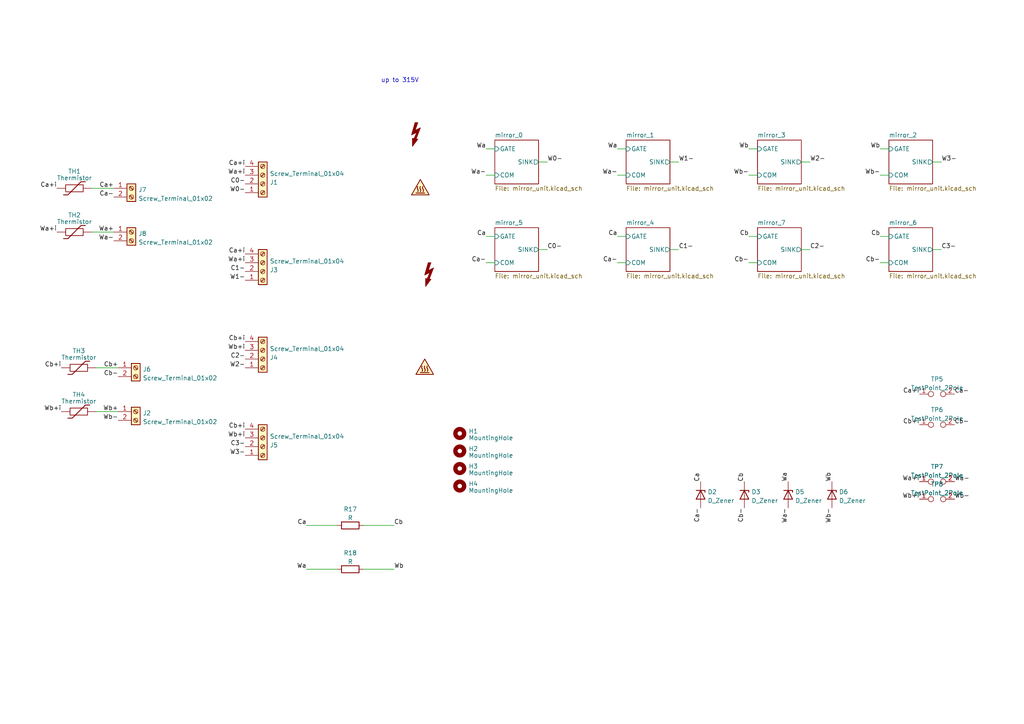
<source format=kicad_sch>
(kicad_sch (version 20230121) (generator eeschema)
  (paper "A4")
  (lib_symbols
    (symbol "Connector:Screw_Terminal_01x02" (pin_names (offset 1.016) hide)
      (property "Reference" "J" (at 0 2.54 0))
      (property "Value" "Screw_Terminal_01x02" (at 0 -5.08 0))
      (symbol "Screw_Terminal_01x02_1_1"
        (rectangle (start -1.27 1.27) (end 1.27 -3.81) (stroke (width 0.254)) (fill (type background)))
        (circle (center 0 -2.54) (radius 0.635) (stroke (width 0.1524)))
        (polyline (pts (xy -0.5334 -2.2098) (xy 0.3302 -3.048)) (stroke (width 0.1524)))
        (polyline (pts (xy -0.5334 0.3302) (xy 0.3302 -0.508)) (stroke (width 0.1524)))
        (polyline (pts (xy -0.3556 -2.032) (xy 0.508 -2.8702)) (stroke (width 0.1524)))
        (polyline (pts (xy -0.3556 0.508) (xy 0.508 -0.3302)) (stroke (width 0.1524)))
        (circle (center 0 0) (radius 0.635) (stroke (width 0.1524)))
        (pin passive line (at -5.08 0 0) (length 3.81) (name "Pin_1") (number "1"))
        (pin passive line (at -5.08 -2.54 0) (length 3.81) (name "Pin_2") (number "2"))
      )
    )
    (symbol "Connector:Screw_Terminal_01x04" (pin_names (offset 1.016) hide)
      (property "Reference" "J" (at 0 5.08 0))
      (property "Value" "Screw_Terminal_01x04" (at 0 -7.62 0))
      (symbol "Screw_Terminal_01x04_1_1"
        (rectangle (start -1.27 3.81) (end 1.27 -6.35) (stroke (width 0.254)) (fill (type background)))
        (circle (center 0 -5.08) (radius 0.635) (stroke (width 0.1524)))
        (circle (center 0 -2.54) (radius 0.635) (stroke (width 0.1524)))
        (polyline (pts (xy -0.5334 -4.7498) (xy 0.3302 -5.588)) (stroke (width 0.1524)))
        (polyline (pts (xy -0.5334 -2.2098) (xy 0.3302 -3.048)) (stroke (width 0.1524)))
        (polyline (pts (xy -0.5334 0.3302) (xy 0.3302 -0.508)) (stroke (width 0.1524)))
        (polyline (pts (xy -0.5334 2.8702) (xy 0.3302 2.032)) (stroke (width 0.1524)))
        (polyline (pts (xy -0.3556 -4.572) (xy 0.508 -5.4102)) (stroke (width 0.1524)))
        (polyline (pts (xy -0.3556 -2.032) (xy 0.508 -2.8702)) (stroke (width 0.1524)))
        (polyline (pts (xy -0.3556 0.508) (xy 0.508 -0.3302)) (stroke (width 0.1524)))
        (polyline (pts (xy -0.3556 3.048) (xy 0.508 2.2098)) (stroke (width 0.1524)))
        (circle (center 0 0) (radius 0.635) (stroke (width 0.1524)))
        (circle (center 0 2.54) (radius 0.635) (stroke (width 0.1524)))
        (pin passive line (at -5.08 2.54 0) (length 3.81) (name "Pin_1") (number "1"))
        (pin passive line (at -5.08 0 0) (length 3.81) (name "Pin_2") (number "2"))
        (pin passive line (at -5.08 -2.54 0) (length 3.81) (name "Pin_3") (number "3"))
        (pin passive line (at -5.08 -5.08 0) (length 3.81) (name "Pin_4") (number "4"))
      )
    )
    (symbol "Connector:TestPoint_2Pole" (pin_names (offset 0.762) hide)
      (property "Reference" "TP" (at 0 1.524 0))
      (property "Value" "TestPoint_2Pole" (at 0 -1.778 0))
      (symbol "TestPoint_2Pole_0_1"
        (circle (center -1.778 0) (radius 0.762))
        (circle (center 1.778 0) (radius 0.762))
        (pin passive line (at -5.08 0 0) (length 2.54) (name "1") (number "1"))
        (pin passive line (at 5.08 0 180) (length 2.54) (name "2") (number "2"))
      )
    )
    (symbol "Device:D_Zener" (pin_numbers hide) (pin_names (offset 1.016) hide)
      (property "Reference" "D" (at 0 2.54 0))
      (property "Value" "D_Zener" (at 0 -2.54 0))
      (symbol "D_Zener_0_1"
        (polyline (pts (xy 1.27 0) (xy -1.27 0)))
        (polyline (pts (xy -1.27 -1.27) (xy -1.27 1.27) (xy -0.762 1.27)) (stroke (width 0.254)))
        (polyline (pts (xy 1.27 -1.27) (xy 1.27 1.27) (xy -1.27 0) (xy 1.27 -1.27)) (stroke (width 0.254)))
      )
      (symbol "D_Zener_1_1"
        (pin passive line (at -3.81 0 0) (length 2.54) (name "K") (number "1"))
        (pin passive line (at 3.81 0 180) (length 2.54) (name "A") (number "2"))
      )
    )
    (symbol "Device:R" (pin_numbers hide) (pin_names (offset 0))
      (property "Reference" "R" (at 2.032 0 90))
      (property "Value" "R" (at 0 0 90))
      (symbol "R_0_1"
        (rectangle (start -1.016 -2.54) (end 1.016 2.54) (stroke (width 0.254)))
      )
      (symbol "R_1_1"
        (pin passive line (at 0 3.81 270) (length 1.27) (name "~") (number "1"))
        (pin passive line (at 0 -3.81 90) (length 1.27) (name "~") (number "2"))
      )
    )
    (symbol "Device:Thermistor" (pin_numbers hide) (pin_names (offset 0))
      (property "Reference" "TH" (at 2.54 1.27 90))
      (property "Value" "Thermistor" (at -2.54 0 90))
      (symbol "Thermistor_0_1"
        (rectangle (start -1.016 2.54) (end 1.016 -2.54) (stroke (width 0.2032)))
        (polyline (pts (xy -1.905 3.175) (xy -1.905 1.905) (xy 1.905 -1.905) (xy 1.905 -3.175) (xy 1.905 -3.175)) (stroke (width 0.254)))
      )
      (symbol "Thermistor_1_1"
        (pin passive line (at 0 5.08 270) (length 2.54) (name "~") (number "1"))
        (pin passive line (at 0 -5.08 90) (length 2.54) (name "~") (number "2"))
      )
    )
    (symbol "Graphic:SYM_Flash_Small" (pin_names (offset 1.016))
      (symbol "SYM_Flash_Small_0_1"
        (polyline (pts (xy 0.508 -1.016) (xy -1.016 -0.762) (xy -1.016 -3.048) (xy 0.508 -1.016)) (stroke (width 0.2032)) (fill (type outline)))
        (polyline (pts (xy -0.254 3.81) (xy 0.508 3.81) (xy -0.254 1.524) (xy 1.27 2.286) (xy 0 -1.016) (xy -0.508 -0.762) (xy 0.254 1.016) (xy -1.27 0.254) (xy -0.254 3.81)) (stroke (width 0.2032)) (fill (type outline)))
      )
    )
    (symbol "Graphic:SYM_Hot_Small" (pin_names (offset 1.016) hide)
      (symbol "SYM_Hot_Small_0_1"
        (arc (start -0.762 -1.016) (mid -0.635 -0.635) (end -0.762 -0.254) (stroke (width 0.254)))
        (arc (start -0.762 0.508) (mid -0.889 0.127) (end -0.762 -0.254) (stroke (width 0.254)))
        (arc (start 0 -1.016) (mid 0.127 -0.635) (end 0 -0.254) (stroke (width 0.254)))
        (polyline (pts (xy 1.27 -1.397) (xy -1.27 -1.397)) (stroke (width 0.254)))
        (polyline (pts (xy -2.54 -1.905) (xy 2.54 -1.905) (xy 0 2.54) (xy -2.54 -1.905)) (stroke (width 0.254)) (fill (type background)))
        (arc (start 0 0.508) (mid -0.127 0.127) (end 0 -0.254) (stroke (width 0.254)))
        (arc (start 0.762 -1.016) (mid 0.889 -0.635) (end 0.762 -0.254) (stroke (width 0.254)))
        (arc (start 0.762 0.508) (mid 0.635 0.127) (end 0.762 -0.254) (stroke (width 0.254)))
      )
    )
    (symbol "Mechanical:MountingHole" (pin_names (offset 1.016))
      (property "Reference" "H" (at 0 5.08 0))
      (property "Value" "MountingHole" (at 0 3.175 0))
      (symbol "MountingHole_0_1"
        (circle (center 0 0) (radius 1.27) (stroke (width 1.27)))
      )
    )
  )
  (wire (pts (xy 27.94 119.38) (xy 34.29 119.38)))
  (wire (pts (xy 255.27 43.18) (xy 257.81 43.18)))
  (wire (pts (xy 26.67 54.61) (xy 33.02 54.61)))
  (wire (pts (xy 105.41 165.1) (xy 114.3 165.1)))
  (wire (pts (xy 255.27 68.58) (xy 257.81 68.58)))
  (wire (pts (xy 255.27 76.2) (xy 257.81 76.2)))
  (wire (pts (xy 156.21 72.39) (xy 158.75 72.39)))
  (wire (pts (xy 179.07 68.58) (xy 181.61 68.58)))
  (wire (pts (xy 217.17 68.58) (xy 219.71 68.58)))
  (wire (pts (xy 217.17 76.2) (xy 219.71 76.2)))
  (wire (pts (xy 179.07 43.18) (xy 181.61 43.18)))
  (wire (pts (xy 140.97 50.8) (xy 143.51 50.8)))
  (wire (pts (xy 255.27 50.8) (xy 257.81 50.8)))
  (wire (pts (xy 217.17 50.8) (xy 219.71 50.8)))
  (wire (pts (xy 179.07 76.2) (xy 181.61 76.2)))
  (wire (pts (xy 140.97 43.18) (xy 143.51 43.18)))
  (wire (pts (xy 105.41 152.4) (xy 114.3 152.4)))
  (wire (pts (xy 88.9 165.1) (xy 97.79 165.1)))
  (wire (pts (xy 232.41 46.99) (xy 234.95 46.99)))
  (wire (pts (xy 270.51 72.39) (xy 273.05 72.39)))
  (wire (pts (xy 270.51 46.99) (xy 273.05 46.99)))
  (wire (pts (xy 27.94 106.68) (xy 34.29 106.68)))
  (wire (pts (xy 232.41 72.39) (xy 234.95 72.39)))
  (wire (pts (xy 217.17 43.18) (xy 219.71 43.18)))
  (wire (pts (xy 140.97 68.58) (xy 143.51 68.58)))
  (wire (pts (xy 88.9 152.4) (xy 97.79 152.4)))
  (wire (pts (xy 194.31 72.39) (xy 196.85 72.39)))
  (wire (pts (xy 179.07 50.8) (xy 181.61 50.8)))
  (wire (pts (xy 140.97 76.2) (xy 143.51 76.2)))
  (wire (pts (xy 194.31 46.99) (xy 196.85 46.99)))
  (wire (pts (xy 156.21 46.99) (xy 158.75 46.99)))
  (wire (pts (xy 26.67 67.31) (xy 33.02 67.31)))
  (text "up to 315V" (at 110.49 24.13 0) (effects (font (size 1.27 1.27)) (justify left bottom)))
  (label "Wa" (at 228.6 139.7 90))
  (label "Wa" (at 140.97 43.18 180))
  (label "Wa" (at 88.9 165.1 180))
  (label "Cb-" (at 215.9 147.32 270))
  (label "Wa+i" (at 71.12 76.2 180))
  (label "Wb+i" (at 71.12 101.6 180))
  (label "Ca-" (at 276.86 114.3 0))
  (label "Ca+i" (at 71.12 73.66 180))
  (label "Wb" (at 217.17 43.18 180))
  (label "Wb-" (at 276.86 144.78 0))
  (label "Cb+i" (at 71.12 124.46 180))
  (label "Wb-" (at 241.3 147.32 270))
  (label "Wb-" (at 255.27 50.8 180))
  (label "Cb+i" (at 266.7 123.19 180))
  (label "Cb" (at 114.3 152.4 0))
  (label "W2-" (at 71.12 106.68 180))
  (label "Ca+" (at 33.02 54.61 180))
  (label "Wa-" (at 179.07 50.8 180))
  (label "W1-" (at 196.85 46.99 0))
  (label "Ca+i" (at 71.12 48.26 180))
  (label "W2-" (at 234.95 46.99 0))
  (label "C0-" (at 71.12 53.34 180))
  (label "Ca-" (at 33.02 57.15 180))
  (label "Wa" (at 179.07 43.18 180))
  (label "C0-" (at 158.75 72.39 0))
  (label "Ca-" (at 179.07 76.2 180))
  (label "Cb-" (at 276.86 123.19 0))
  (label "Wa+i" (at 16.51 67.31 180))
  (label "Wb-" (at 217.17 50.8 180))
  (label "Ca" (at 203.2 139.7 90))
  (label "Cb" (at 255.27 68.58 180))
  (label "Wb+" (at 34.29 119.38 180))
  (label "Wb" (at 114.3 165.1 0))
  (label "Wa-" (at 228.6 147.32 270))
  (label "Wb" (at 241.3 139.7 90))
  (label "Ca" (at 140.97 68.58 180))
  (label "Ca-" (at 203.2 147.32 270))
  (label "W3-" (at 273.05 46.99 0))
  (label "C1-" (at 71.12 78.74 180))
  (label "Cb" (at 217.17 68.58 180))
  (label "W0-" (at 158.75 46.99 0))
  (label "W1-" (at 71.12 81.28 180))
  (label "Ca-" (at 140.97 76.2 180))
  (label "Ca" (at 88.9 152.4 180))
  (label "C1-" (at 196.85 72.39 0))
  (label "Wa-" (at 276.86 139.7 0))
  (label "Wa+" (at 33.02 67.31 180))
  (label "C2-" (at 234.95 72.39 0))
  (label "Ca+i" (at 266.7 114.3 180))
  (label "Wb+i" (at 17.78 119.38 180))
  (label "C3-" (at 273.05 72.39 0))
  (label "Wb" (at 255.27 43.18 180))
  (label "Cb" (at 215.9 139.7 90))
  (label "Cb+i" (at 17.78 106.68 180))
  (label "Ca+i" (at 16.51 54.61 180))
  (label "Cb-" (at 255.27 76.2 180))
  (label "Wb-" (at 34.29 121.92 180))
  (label "C2-" (at 71.12 104.14 180))
  (label "W0-" (at 71.12 55.88 180))
  (label "Wa-" (at 140.97 50.8 180))
  (label "Wa-" (at 33.02 69.85 180))
  (label "Wb+i" (at 266.7 144.78 180))
  (label "Cb-" (at 217.17 76.2 180))
  (label "Wa+i" (at 71.12 50.8 180))
  (label "Wa+i" (at 266.7 139.7 180))
  (label "Cb-" (at 34.29 109.22 180))
  (label "Ca" (at 179.07 68.58 180))
  (label "W3-" (at 71.12 132.08 180))
  (label "Cb+i" (at 71.12 99.06 180))
  (label "C3-" (at 71.12 129.54 180))
  (label "Wb+i" (at 71.12 127 180))
  (label "Cb+" (at 34.29 106.68 180))
  (symbol (lib_id "Connector:Screw_Terminal_01x02") (at 39.37 119.38 0) (unit 1)
    (property "Reference" "J2" (at 41.402 119.8153 0) (effects (justify left)))
    (property "Value" "Screw_Terminal_01x02" (at 41.402 122.3522 0) (effects (justify left)))
    (property "Footprint" "Connector_Phoenix_MSTB:PhoenixContact_MSTBA_2,5_2-G-5,08_1x02_P5.08mm_Horizontal" (effects hide))
  )
  (symbol (lib_id "Connector:TestPoint_2Pole") (at 271.78 123.19 0) (unit 1)
    (property "Reference" "TP6" (at 271.78 118.8552 0))
    (property "Value" "TestPoint_2Pole" (at 271.78 121.3921 0))
    (property "Footprint" "TestPoint:TestPoint_2Pads_Pitch5.08mm_Drill1.3mm" (effects hide))
  )
  (symbol (lib_id "Connector:Screw_Terminal_01x04") (at 76.2 129.54 0) (mirror x) (unit 1)
    (property "Reference" "J5" (at 78.232 129.1047 0) (effects (justify left)))
    (property "Value" "Screw_Terminal_01x04" (at 78.232 126.5678 0) (effects (justify left)))
    (property "Footprint" "Connector_Phoenix_MC:PhoenixContact_MC_1,5_4-G-3.81_1x04_P3.81mm_Horizontal" (effects hide))
  )
  (symbol (lib_id "Device:R") (at 101.6 152.4 90) (unit 1)
    (property "Reference" "R17" (at 101.6 147.6842 90))
    (property "Value" "R" (at 101.6 150.2211 90))
    (property "Footprint" "Resistor_THT:R_Axial_DIN0204_L3.6mm_D1.6mm_P5.08mm_Horizontal" (effects hide))
  )
  (symbol (lib_id "Device:D_Zener") (at 203.2 143.51 270) (unit 1)
    (property "Reference" "D2" (at 205.232 142.6753 90) (effects (justify left)))
    (property "Value" "D_Zener" (at 205.232 145.2122 90) (effects (justify left)))
    (property "Footprint" "Diode_SMD:D_SOD-323_HandSoldering" (effects hide))
  )
  (symbol (lib_id "Device:D_Zener") (at 241.3 143.51 270) (unit 1)
    (property "Reference" "D6" (at 243.332 142.6753 90) (effects (justify left)))
    (property "Value" "D_Zener" (at 243.332 145.2122 90) (effects (justify left)))
    (property "Footprint" "Diode_SMD:D_SOD-323_HandSoldering" (effects hide))
  )
  (symbol (lib_id "Mechanical:MountingHole") (at 133.35 140.97 0) (unit 1)
    (property "Reference" "H4" (at 135.89 140.3263 0) (effects (justify left)))
    (property "Value" "MountingHole" (at 135.89 142.2473 0) (effects (justify left)))
    (property "Footprint" "MountingHole:MountingHole_3.2mm_M3_DIN965" (effects hide))
  )
  (symbol (lib_id "Mechanical:MountingHole") (at 133.35 135.89 0) (unit 1)
    (property "Reference" "H3" (at 135.89 135.2463 0) (effects (justify left)))
    (property "Value" "MountingHole" (at 135.89 137.1673 0) (effects (justify left)))
    (property "Footprint" "MountingHole:MountingHole_3.2mm_M3_DIN965" (effects hide))
  )
  (symbol (lib_id "Connector:Screw_Terminal_01x04") (at 76.2 78.74 0) (mirror x) (unit 1)
    (property "Reference" "J3" (at 78.232 78.3047 0) (effects (justify left)))
    (property "Value" "Screw_Terminal_01x04" (at 78.232 75.7678 0) (effects (justify left)))
    (property "Footprint" "Connector_Phoenix_MC:PhoenixContact_MC_1,5_4-G-3.81_1x04_P3.81mm_Horizontal" (effects hide))
  )
  (symbol (lib_id "Connector:Screw_Terminal_01x02") (at 38.1 67.31 0) (unit 1)
    (property "Reference" "J8" (at 40.132 67.7453 0) (effects (justify left)))
    (property "Value" "Screw_Terminal_01x02" (at 40.132 70.2822 0) (effects (justify left)))
    (property "Footprint" "Connector_Phoenix_MSTB:PhoenixContact_MSTBA_2,5_2-G-5,08_1x02_P5.08mm_Horizontal" (effects hide))
  )
  (symbol (lib_id "Graphic:SYM_Flash_Small") (at 124.46 80.01 0) (unit 1)
    (property "Reference" "SYM2" (effects hide))
    (property "Value" "SYM_Flash_Small" (effects hide))
    (property "Footprint" "w_logo:Logo_silk_high_voltage_5x4.2mm" (effects hide))
  )
  (symbol (lib_id "Mechanical:MountingHole") (at 133.35 125.73 0) (unit 1)
    (property "Reference" "H1" (at 135.89 125.0863 0) (effects (justify left)))
    (property "Value" "MountingHole" (at 135.89 127.0073 0) (effects (justify left)))
    (property "Footprint" "MountingHole:MountingHole_3.2mm_M3_DIN965" (effects hide))
  )
  (symbol (lib_id "Device:D_Zener") (at 228.6 143.51 270) (unit 1)
    (property "Reference" "D5" (at 230.632 142.6753 90) (effects (justify left)))
    (property "Value" "D_Zener" (at 230.632 145.2122 90) (effects (justify left)))
    (property "Footprint" "Diode_SMD:D_SOD-323_HandSoldering" (effects hide))
  )
  (symbol (lib_id "Device:R") (at 101.6 165.1 90) (unit 1)
    (property "Reference" "R18" (at 101.6 160.3842 90))
    (property "Value" "R" (at 101.6 162.9211 90))
    (property "Footprint" "Resistor_THT:R_Axial_DIN0204_L3.6mm_D1.6mm_P5.08mm_Horizontal" (effects hide))
  )
  (symbol (lib_id "Connector:TestPoint_2Pole") (at 271.78 114.3 0) (unit 1)
    (property "Reference" "TP5" (at 271.78 109.9652 0))
    (property "Value" "TestPoint_2Pole" (at 271.78 112.5021 0))
    (property "Footprint" "TestPoint:TestPoint_2Pads_Pitch5.08mm_Drill1.3mm" (effects hide))
  )
  (symbol (lib_id "Device:D_Zener") (at 215.9 143.51 270) (unit 1)
    (property "Reference" "D3" (at 217.932 142.6753 90) (effects (justify left)))
    (property "Value" "D_Zener" (at 217.932 145.2122 90) (effects (justify left)))
    (property "Footprint" "Diode_SMD:D_SOD-323_HandSoldering" (effects hide))
  )
  (symbol (lib_id "Graphic:SYM_Flash_Small") (at 120.65 39.37 0) (unit 1)
    (property "Reference" "SYM4" (effects hide))
    (property "Value" "SYM_Flash_Small" (effects hide))
    (property "Footprint" "w_logo:Logo_silk_high_voltage_5x4.2mm" (effects hide))
  )
  (symbol (lib_id "Device:Thermistor") (at 22.86 119.38 90) (unit 1)
    (property "Reference" "TH4" (at 22.86 114.4651 90))
    (property "Value" "Thermistor" (at 22.86 116.3861 90))
    (property "Footprint" "Package_TO_SOT_THT:TO-220-2_Horizontal_TabUp" (effects hide))
  )
  (symbol (lib_id "Graphic:SYM_Hot_Small") (at 123.19 106.68 0) (unit 1)
    (property "Reference" "SYM3" (effects hide))
    (property "Value" "SYM_Hot_Small" (effects hide))
    (property "Footprint" "prj_lib:Logo_silk_hot_5x4.2mm" (effects hide))
  )
  (symbol (lib_id "Device:Thermistor") (at 22.86 106.68 90) (unit 1)
    (property "Reference" "TH3" (at 22.86 101.7651 90))
    (property "Value" "Thermistor" (at 22.86 103.6861 90))
    (property "Footprint" "Package_TO_SOT_THT:TO-220-2_Horizontal_TabUp" (effects hide))
  )
  (symbol (lib_id "Device:Thermistor") (at 21.59 54.61 90) (unit 1)
    (property "Reference" "TH1" (at 21.59 49.6951 90))
    (property "Value" "Thermistor" (at 21.59 51.6161 90))
    (property "Footprint" "Package_TO_SOT_THT:TO-220-2_Horizontal_TabUp" (effects hide))
  )
  (symbol (lib_id "Connector:Screw_Terminal_01x02") (at 39.37 106.68 0) (unit 1)
    (property "Reference" "J6" (at 41.402 107.1153 0) (effects (justify left)))
    (property "Value" "Screw_Terminal_01x02" (at 41.402 109.6522 0) (effects (justify left)))
    (property "Footprint" "Connector_Phoenix_MSTB:PhoenixContact_MSTBA_2,5_2-G-5,08_1x02_P5.08mm_Horizontal" (effects hide))
  )
  (symbol (lib_id "Device:Thermistor") (at 21.59 67.31 90) (unit 1)
    (property "Reference" "TH2" (at 21.59 62.3951 90))
    (property "Value" "Thermistor" (at 21.59 64.3161 90))
    (property "Footprint" "Package_TO_SOT_THT:TO-220-2_Horizontal_TabUp" (effects hide))
  )
  (symbol (lib_id "Connector:Screw_Terminal_01x04") (at 76.2 104.14 0) (mirror x) (unit 1)
    (property "Reference" "J4" (at 78.232 103.7047 0) (effects (justify left)))
    (property "Value" "Screw_Terminal_01x04" (at 78.232 101.1678 0) (effects (justify left)))
    (property "Footprint" "Connector_Phoenix_MC:PhoenixContact_MC_1,5_4-G-3.81_1x04_P3.81mm_Horizontal" (effects hide))
  )
  (symbol (lib_id "Mechanical:MountingHole") (at 133.35 130.81 0) (unit 1)
    (property "Reference" "H2" (at 135.89 130.1663 0) (effects (justify left)))
    (property "Value" "MountingHole" (at 135.89 132.0873 0) (effects (justify left)))
    (property "Footprint" "MountingHole:MountingHole_3.2mm_M3_DIN965" (effects hide))
  )
  (symbol (lib_id "Connector:Screw_Terminal_01x04") (at 76.2 53.34 0) (mirror x) (unit 1)
    (property "Reference" "J1" (at 78.232 52.9047 0) (effects (justify left)))
    (property "Value" "Screw_Terminal_01x04" (at 78.232 50.3678 0) (effects (justify left)))
    (property "Footprint" "Connector_Phoenix_MC:PhoenixContact_MC_1,5_4-G-3.81_1x04_P3.81mm_Horizontal" (effects hide))
  )
  (symbol (lib_id "Connector:Screw_Terminal_01x02") (at 38.1 54.61 0) (unit 1)
    (property "Reference" "J7" (at 40.132 55.0453 0) (effects (justify left)))
    (property "Value" "Screw_Terminal_01x02" (at 40.132 57.5822 0) (effects (justify left)))
    (property "Footprint" "Connector_Phoenix_MSTB:PhoenixContact_MSTBA_2,5_2-G-5,08_1x02_P5.08mm_Horizontal" (effects hide))
  )
  (symbol (lib_id "Graphic:SYM_Hot_Small") (at 121.92 54.61 0) (unit 1)
    (property "Reference" "SYM1" (effects hide))
    (property "Value" "SYM_Hot_Small" (effects hide))
    (property "Footprint" "prj_lib:Logo_silk_hot_5x4.2mm" (effects hide))
  )
  (symbol (lib_id "Connector:TestPoint_2Pole") (at 271.78 139.7 0) (unit 1)
    (property "Reference" "TP7" (at 271.78 135.3652 0))
    (property "Value" "TestPoint_2Pole" (at 271.78 137.9021 0))
    (property "Footprint" "TestPoint:TestPoint_2Pads_Pitch5.08mm_Drill1.3mm" (effects hide))
  )
  (symbol (lib_id "Connector:TestPoint_2Pole") (at 271.78 144.78 0) (unit 1)
    (property "Reference" "TP8" (at 271.78 140.4452 0))
    (property "Value" "TestPoint_2Pole" (at 271.78 142.9821 0))
    (property "Footprint" "TestPoint:TestPoint_2Pads_Pitch5.08mm_Drill1.3mm" (effects hide))
  )
  (sheet (at 219.71 66.04) (size 12.7 12.7) (stroke (width 0.1524))
    (property "Sheetname" "mirror_7" (at 219.71 65.3284 0) (effects (justify left bottom)))
    (property "Sheetfile" "mirror_unit.kicad_sch" (at 219.71 79.3246 0) (effects (justify left top)))
    (pin "COM" input (at 219.71 76.2 180))
    (pin "GATE" input (at 219.71 68.58 180))
    (pin "SINK" output (at 232.41 72.39 0))
  )
  (sheet (at 143.51 66.04) (size 12.7 12.7) (stroke (width 0.1524))
    (property "Sheetname" "mirror_5" (at 143.51 65.3284 0) (effects (justify left bottom)))
    (property "Sheetfile" "mirror_unit.kicad_sch" (at 143.51 79.3246 0) (effects (justify left top)))
    (pin "COM" input (at 143.51 76.2 180))
    (pin "GATE" input (at 143.51 68.58 180))
    (pin "SINK" output (at 156.21 72.39 0))
  )
  (sheet (at 181.61 40.64) (size 12.7 12.7) (stroke (width 0.1524))
    (property "Sheetname" "mirror_1" (at 181.61 39.9284 0) (effects (justify left bottom)))
    (property "Sheetfile" "mirror_unit.kicad_sch" (at 181.61 53.9246 0) (effects (justify left top)))
    (pin "COM" input (at 181.61 50.8 180))
    (pin "GATE" input (at 181.61 43.18 180))
    (pin "SINK" output (at 194.31 46.99 0))
  )
  (sheet (at 219.71 40.64) (size 12.7 12.7) (stroke (width 0.1524))
    (property "Sheetname" "mirror_3" (at 219.71 39.9284 0) (effects (justify left bottom)))
    (property "Sheetfile" "mirror_unit.kicad_sch" (at 219.71 53.9246 0) (effects (justify left top)))
    (pin "COM" input (at 219.71 50.8 180))
    (pin "GATE" input (at 219.71 43.18 180))
    (pin "SINK" output (at 232.41 46.99 0))
  )
  (sheet (at 143.51 40.64) (size 12.7 12.7) (stroke (width 0.1524))
    (property "Sheetname" "mirror_0" (at 143.51 39.9284 0) (effects (justify left bottom)))
    (property "Sheetfile" "mirror_unit.kicad_sch" (at 143.51 53.9246 0) (effects (justify left top)))
    (pin "COM" input (at 143.51 50.8 180))
    (pin "GATE" input (at 143.51 43.18 180))
    (pin "SINK" output (at 156.21 46.99 0))
  )
  (sheet (at 257.81 40.64) (size 12.7 12.7) (stroke (width 0.1524))
    (property "Sheetname" "mirror_2" (at 257.81 39.9284 0) (effects (justify left bottom)))
    (property "Sheetfile" "mirror_unit.kicad_sch" (at 257.81 53.9246 0) (effects (justify left top)))
    (pin "COM" input (at 257.81 50.8 180))
    (pin "GATE" input (at 257.81 43.18 180))
    (pin "SINK" output (at 270.51 46.99 0))
  )
  (sheet (at 181.61 66.04) (size 12.7 12.7) (stroke (width 0.1524))
    (property "Sheetname" "mirror_4" (at 181.61 65.3284 0) (effects (justify left bottom)))
    (property "Sheetfile" "mirror_unit.kicad_sch" (at 181.61 79.3246 0) (effects (justify left top)))
    (pin "COM" input (at 181.61 76.2 180))
    (pin "GATE" input (at 181.61 68.58 180))
    (pin "SINK" output (at 194.31 72.39 0))
  )
  (sheet (at 257.81 66.04) (size 12.7 12.7) (stroke (width 0.1524))
    (property "Sheetname" "mirror_6" (at 257.81 65.3284 0) (effects (justify left bottom)))
    (property "Sheetfile" "mirror_unit.kicad_sch" (at 257.81 79.3246 0) (effects (justify left top)))
    (pin "COM" input (at 257.81 76.2 180))
    (pin "GATE" input (at 257.81 68.58 180))
    (pin "SINK" output (at 270.51 72.39 0))
  )
)
</source>
